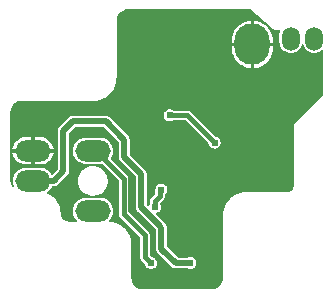
<source format=gbr>
%TF.GenerationSoftware,KiCad,Pcbnew,(6.0.5)*%
%TF.CreationDate,2022-06-14T23:06:24-04:00*%
%TF.ProjectId,1bp-m3,3162702d-6d33-42e6-9b69-6361645f7063,A*%
%TF.SameCoordinates,Original*%
%TF.FileFunction,Copper,L2,Bot*%
%TF.FilePolarity,Positive*%
%FSLAX46Y46*%
G04 Gerber Fmt 4.6, Leading zero omitted, Abs format (unit mm)*
G04 Created by KiCad (PCBNEW (6.0.5)) date 2022-06-14 23:06:24*
%MOMM*%
%LPD*%
G01*
G04 APERTURE LIST*
%TA.AperFunction,ComponentPad*%
%ADD10O,3.000000X1.800000*%
%TD*%
%TA.AperFunction,ComponentPad*%
%ADD11O,1.500000X2.000000*%
%TD*%
%TA.AperFunction,ComponentPad*%
%ADD12O,3.000000X3.500000*%
%TD*%
%TA.AperFunction,ViaPad*%
%ADD13C,0.609600*%
%TD*%
%TA.AperFunction,Conductor*%
%ADD14C,0.508000*%
%TD*%
%TA.AperFunction,Conductor*%
%ADD15C,0.304800*%
%TD*%
%TA.AperFunction,Conductor*%
%ADD16C,0.406400*%
%TD*%
G04 APERTURE END LIST*
D10*
X117920000Y-90500000D03*
X123000000Y-90500000D03*
X117920000Y-93040000D03*
X123000000Y-95580000D03*
D11*
X141750000Y-81000000D03*
X139750000Y-81000000D03*
D12*
X136500000Y-81500000D03*
D13*
X126310700Y-95300000D03*
X125400000Y-81800000D03*
X140750000Y-83250000D03*
X137200000Y-88400000D03*
X127500000Y-85750000D03*
X132000000Y-85700000D03*
X120600000Y-93900000D03*
X117000000Y-87500000D03*
X125800000Y-88499998D03*
X131800000Y-94600000D03*
X137250000Y-93500000D03*
X133250000Y-101750000D03*
X123750000Y-86750000D03*
X134800000Y-83400000D03*
X135000000Y-89250000D03*
X118750000Y-87500000D03*
X129750000Y-86000000D03*
X127250000Y-84000000D03*
X128000000Y-80500000D03*
X133500000Y-96750000D03*
X132500000Y-90600000D03*
X138400000Y-82900000D03*
X139600000Y-89000000D03*
X126600000Y-97900000D03*
X132250000Y-84000000D03*
X130300000Y-82200000D03*
X127900000Y-93700000D03*
X132250000Y-81750000D03*
X120600000Y-95200000D03*
X134300000Y-91400000D03*
X121400000Y-89200000D03*
X141750000Y-85750000D03*
X127000000Y-91200000D03*
X139500000Y-93500000D03*
X133250000Y-100500000D03*
X131250000Y-100000000D03*
X127900000Y-100000000D03*
X133300000Y-89800000D03*
X129500000Y-87500000D03*
X128800005Y-93800005D03*
X128250000Y-95250000D03*
D14*
X128600000Y-96802210D02*
X128800000Y-97002210D01*
X128800000Y-97002210D02*
X128800000Y-98800000D01*
X120500000Y-92250000D02*
X120500000Y-88800000D01*
X120500000Y-88800000D02*
X121300000Y-88000000D01*
X128800000Y-98800000D02*
X130000000Y-100000000D01*
X121300000Y-88000000D02*
X124100000Y-88000000D01*
X127100000Y-95300000D02*
X128601105Y-96801105D01*
X125650000Y-89550000D02*
X125650000Y-91050000D01*
D15*
X128601105Y-96801105D02*
X128600000Y-96802210D01*
D14*
X119710000Y-93040000D02*
X120500000Y-92250000D01*
X124100000Y-88000000D02*
X125650000Y-89550000D01*
X130000000Y-100000000D02*
X131250000Y-100000000D01*
X117920000Y-93040000D02*
X119710000Y-93040000D01*
X125650000Y-91050000D02*
X127100000Y-92500000D01*
X127100000Y-92500000D02*
X127100000Y-95300000D01*
D16*
X127400000Y-97650000D02*
X125600000Y-95850000D01*
X127400000Y-99500000D02*
X127400000Y-97650000D01*
X123250000Y-90500000D02*
X123000000Y-90500000D01*
X125600000Y-92850000D02*
X123250000Y-90500000D01*
X125600000Y-95850000D02*
X125600000Y-92850000D01*
X127900000Y-100000000D02*
X127400000Y-99500000D01*
X129500000Y-87500000D02*
X131000000Y-87500000D01*
X131000000Y-87500000D02*
X133300000Y-89800000D01*
X128250000Y-94750000D02*
X128700000Y-94300000D01*
X128700000Y-94300000D02*
X128700000Y-93900010D01*
X128700000Y-93900010D02*
X128800005Y-93800005D01*
X128250000Y-95250000D02*
X128250000Y-94750000D01*
%TA.AperFunction,Conductor*%
G36*
X136330203Y-78527106D02*
G01*
X138157617Y-80126093D01*
X138157877Y-80126322D01*
X138217951Y-80179378D01*
X138247463Y-80193233D01*
X138256488Y-80198256D01*
X138279326Y-80213109D01*
X138279331Y-80213111D01*
X138283816Y-80216028D01*
X138288943Y-80217570D01*
X138288944Y-80217570D01*
X138312438Y-80224634D01*
X138322746Y-80228579D01*
X138344951Y-80239005D01*
X138344955Y-80239006D01*
X138349800Y-80241281D01*
X138355090Y-80242105D01*
X138355091Y-80242105D01*
X138368505Y-80244193D01*
X138382008Y-80246296D01*
X138392093Y-80248586D01*
X138418173Y-80256429D01*
X138418179Y-80256430D01*
X138423304Y-80257971D01*
X138428657Y-80258012D01*
X138428658Y-80258012D01*
X138438161Y-80258084D01*
X138457468Y-80258231D01*
X138459106Y-80258301D01*
X138460386Y-80258500D01*
X138492471Y-80258500D01*
X138493043Y-80258502D01*
X138568957Y-80259080D01*
X138570484Y-80258646D01*
X138572651Y-80258500D01*
X138809032Y-80258500D01*
X138857370Y-80276093D01*
X138883090Y-80320642D01*
X138878047Y-80363565D01*
X138836254Y-80460143D01*
X138796633Y-80649797D01*
X138796300Y-80656152D01*
X138796300Y-81298416D01*
X138796493Y-81300316D01*
X138810541Y-81438609D01*
X138810962Y-81442757D01*
X138868900Y-81627640D01*
X138962832Y-81797096D01*
X139088918Y-81944204D01*
X139091922Y-81946534D01*
X139091924Y-81946536D01*
X139207289Y-82036022D01*
X139242010Y-82062954D01*
X139415853Y-82148495D01*
X139603345Y-82197334D01*
X139692766Y-82202020D01*
X139793024Y-82207275D01*
X139793028Y-82207275D01*
X139796828Y-82207474D01*
X139800597Y-82206904D01*
X139984633Y-82179071D01*
X139984637Y-82179070D01*
X139988399Y-82178501D01*
X139991969Y-82177188D01*
X139991971Y-82177187D01*
X140166656Y-82112915D01*
X140170230Y-82111600D01*
X140334896Y-82009503D01*
X140337661Y-82006888D01*
X140337664Y-82006886D01*
X140472896Y-81879003D01*
X140475669Y-81876381D01*
X140503243Y-81837002D01*
X140584614Y-81720791D01*
X140586799Y-81717671D01*
X140611120Y-81661469D01*
X140662232Y-81543356D01*
X140662232Y-81543355D01*
X140663746Y-81539857D01*
X140675765Y-81482327D01*
X140702872Y-81438609D01*
X140751739Y-81422543D01*
X140799500Y-81441647D01*
X140821135Y-81475218D01*
X140868900Y-81627640D01*
X140962832Y-81797096D01*
X141088918Y-81944204D01*
X141091922Y-81946534D01*
X141091924Y-81946536D01*
X141207289Y-82036022D01*
X141242010Y-82062954D01*
X141415853Y-82148495D01*
X141603345Y-82197334D01*
X141692766Y-82202020D01*
X141793024Y-82207275D01*
X141793028Y-82207275D01*
X141796828Y-82207474D01*
X141800597Y-82206904D01*
X141984633Y-82179071D01*
X141984637Y-82179070D01*
X141988399Y-82178501D01*
X141991969Y-82177188D01*
X141991971Y-82177187D01*
X142166656Y-82112915D01*
X142170230Y-82111600D01*
X142334896Y-82009503D01*
X142337661Y-82006888D01*
X142337664Y-82006886D01*
X142364631Y-81981384D01*
X142411840Y-81960954D01*
X142461136Y-81975650D01*
X142489453Y-82018595D01*
X142491500Y-82036022D01*
X142491500Y-85758225D01*
X142473907Y-85806563D01*
X142469474Y-85811399D01*
X140186681Y-88094192D01*
X140173636Y-88104615D01*
X140167042Y-88108776D01*
X140163496Y-88112791D01*
X140130364Y-88150306D01*
X140127173Y-88153700D01*
X140114618Y-88166255D01*
X140113010Y-88168401D01*
X140113007Y-88168404D01*
X140107122Y-88176256D01*
X140103313Y-88180934D01*
X140074170Y-88213933D01*
X140074168Y-88213935D01*
X140070622Y-88217951D01*
X140065091Y-88229733D01*
X140057194Y-88242875D01*
X140052597Y-88249007D01*
X140052595Y-88249011D01*
X140049384Y-88253295D01*
X140047504Y-88258311D01*
X140032044Y-88299549D01*
X140029700Y-88305111D01*
X140008719Y-88349800D01*
X140007895Y-88355093D01*
X140007893Y-88355099D01*
X140006715Y-88362664D01*
X140002826Y-88377489D01*
X140000136Y-88384666D01*
X139998255Y-88389684D01*
X139997858Y-88395025D01*
X139997858Y-88395026D01*
X139994596Y-88438931D01*
X139993907Y-88444927D01*
X139991500Y-88460386D01*
X139991500Y-88477800D01*
X139991293Y-88483372D01*
X139987461Y-88534941D01*
X139988580Y-88540181D01*
X139989843Y-88546099D01*
X139991500Y-88561798D01*
X139991500Y-93454564D01*
X139990605Y-93466134D01*
X139986309Y-93493724D01*
X139987003Y-93499032D01*
X139987003Y-93499037D01*
X139988290Y-93508879D01*
X139988452Y-93527046D01*
X139980126Y-93600948D01*
X139976380Y-93617364D01*
X139952174Y-93686539D01*
X139945625Y-93705255D01*
X139938319Y-93720426D01*
X139890118Y-93797139D01*
X139888776Y-93799274D01*
X139878276Y-93812439D01*
X139812439Y-93878276D01*
X139799275Y-93888775D01*
X139720427Y-93938319D01*
X139705255Y-93945625D01*
X139617364Y-93976380D01*
X139600950Y-93980126D01*
X139533004Y-93987781D01*
X139513021Y-93987359D01*
X139506276Y-93986309D01*
X139500969Y-93987003D01*
X139500966Y-93987003D01*
X139471435Y-93990865D01*
X139461684Y-93991500D01*
X136049006Y-93991500D01*
X136036530Y-93990458D01*
X136033434Y-93989937D01*
X136012552Y-93986424D01*
X136006145Y-93986346D01*
X136002909Y-93986306D01*
X136002903Y-93986306D01*
X136000000Y-93986271D01*
X135991025Y-93987557D01*
X135985288Y-93988155D01*
X135737276Y-94004410D01*
X135479046Y-94055775D01*
X135476719Y-94056565D01*
X135476715Y-94056566D01*
X135422747Y-94074886D01*
X135229731Y-94140406D01*
X135227526Y-94141493D01*
X135227522Y-94141495D01*
X135192620Y-94158707D01*
X134993595Y-94256855D01*
X134774679Y-94403130D01*
X134772831Y-94404751D01*
X134772828Y-94404753D01*
X134628341Y-94531465D01*
X134576728Y-94576728D01*
X134575110Y-94578573D01*
X134430785Y-94743145D01*
X134403130Y-94774679D01*
X134256855Y-94993595D01*
X134241665Y-95024397D01*
X134142404Y-95225680D01*
X134140406Y-95229731D01*
X134095277Y-95362676D01*
X134063965Y-95454920D01*
X134055775Y-95479046D01*
X134004410Y-95737276D01*
X133998475Y-95827828D01*
X133988760Y-95976043D01*
X133988026Y-95982693D01*
X133987133Y-95988431D01*
X133986309Y-95993724D01*
X133987003Y-95999031D01*
X133987003Y-95999034D01*
X133990865Y-96028565D01*
X133991500Y-96038316D01*
X133991500Y-101204564D01*
X133990605Y-101216134D01*
X133986309Y-101243724D01*
X133987003Y-101249032D01*
X133987003Y-101249035D01*
X133988684Y-101261890D01*
X133989033Y-101278193D01*
X133977010Y-101415617D01*
X133974734Y-101428526D01*
X133933407Y-101582761D01*
X133928923Y-101595079D01*
X133861445Y-101739787D01*
X133854891Y-101751139D01*
X133763305Y-101881937D01*
X133754879Y-101891978D01*
X133641978Y-102004879D01*
X133631937Y-102013305D01*
X133501136Y-102104893D01*
X133489791Y-102111443D01*
X133348453Y-102177350D01*
X133345079Y-102178923D01*
X133332765Y-102183406D01*
X133178518Y-102224737D01*
X133165623Y-102227010D01*
X133034462Y-102238485D01*
X133016340Y-102237876D01*
X133006276Y-102236309D01*
X133000969Y-102237003D01*
X133000966Y-102237003D01*
X132971435Y-102240865D01*
X132961684Y-102241500D01*
X127295436Y-102241500D01*
X127283866Y-102240605D01*
X127256276Y-102236309D01*
X127250968Y-102237003D01*
X127250965Y-102237003D01*
X127238110Y-102238684D01*
X127221807Y-102239033D01*
X127084383Y-102227010D01*
X127071474Y-102224734D01*
X126917239Y-102183407D01*
X126904921Y-102178923D01*
X126901547Y-102177350D01*
X126760209Y-102111443D01*
X126748864Y-102104893D01*
X126618063Y-102013305D01*
X126608022Y-102004879D01*
X126495121Y-101891978D01*
X126486695Y-101881937D01*
X126395109Y-101751139D01*
X126388555Y-101739787D01*
X126321077Y-101595079D01*
X126316593Y-101582762D01*
X126297826Y-101512724D01*
X126275263Y-101428518D01*
X126272990Y-101415623D01*
X126261796Y-101287670D01*
X126262552Y-101268643D01*
X126263093Y-101265428D01*
X126263094Y-101265417D01*
X126263576Y-101262552D01*
X126263729Y-101250000D01*
X126262831Y-101243724D01*
X126259259Y-101218787D01*
X126258500Y-101208126D01*
X126258500Y-98549006D01*
X126259542Y-98536530D01*
X126263093Y-98515420D01*
X126263576Y-98512552D01*
X126263729Y-98500000D01*
X126262443Y-98491025D01*
X126261845Y-98485285D01*
X126245751Y-98239739D01*
X126245590Y-98237276D01*
X126194225Y-97979046D01*
X126109594Y-97729731D01*
X125993145Y-97493595D01*
X125846870Y-97274679D01*
X125810427Y-97233123D01*
X125674890Y-97078573D01*
X125673272Y-97076728D01*
X125475321Y-96903130D01*
X125256405Y-96756855D01*
X125136140Y-96697547D01*
X125022478Y-96641495D01*
X125022474Y-96641493D01*
X125020269Y-96640406D01*
X124846587Y-96581449D01*
X124773285Y-96556566D01*
X124773281Y-96556565D01*
X124770954Y-96555775D01*
X124512724Y-96504410D01*
X124423967Y-96498593D01*
X124376884Y-96477876D01*
X124354133Y-96431741D01*
X124366359Y-96381775D01*
X124372089Y-96374268D01*
X124435197Y-96301542D01*
X124502626Y-96223837D01*
X124608088Y-96041539D01*
X124656632Y-95901747D01*
X124676002Y-95845969D01*
X124676003Y-95845965D01*
X124677176Y-95842587D01*
X124688126Y-95767069D01*
X124706883Y-95637698D01*
X124707396Y-95634161D01*
X124697659Y-95423780D01*
X124648315Y-95219036D01*
X124646834Y-95215778D01*
X124562629Y-95030578D01*
X124562627Y-95030575D01*
X124561146Y-95027317D01*
X124554273Y-95017627D01*
X124441366Y-94858458D01*
X124441365Y-94858457D01*
X124439296Y-94855540D01*
X124287161Y-94709903D01*
X124284158Y-94707964D01*
X124284153Y-94707960D01*
X124143930Y-94617419D01*
X124110233Y-94595661D01*
X123914893Y-94516937D01*
X123708192Y-94476571D01*
X123705487Y-94476439D01*
X123705481Y-94476438D01*
X123703557Y-94476344D01*
X123703544Y-94476344D01*
X123702651Y-94476300D01*
X122347385Y-94476300D01*
X122345604Y-94476470D01*
X122345602Y-94476470D01*
X122193905Y-94490943D01*
X122193900Y-94490944D01*
X122190346Y-94491283D01*
X122186918Y-94492289D01*
X122186916Y-94492289D01*
X122105234Y-94516252D01*
X121988257Y-94550569D01*
X121964183Y-94562968D01*
X121915243Y-94588174D01*
X121801025Y-94647000D01*
X121635405Y-94777096D01*
X121633062Y-94779796D01*
X121633059Y-94779799D01*
X121618259Y-94796855D01*
X121497374Y-94936163D01*
X121391912Y-95118461D01*
X121371160Y-95178221D01*
X121345961Y-95250787D01*
X121322824Y-95317413D01*
X121322311Y-95320953D01*
X121322310Y-95320956D01*
X121316261Y-95362676D01*
X121292604Y-95525839D01*
X121292769Y-95529407D01*
X121292769Y-95529409D01*
X121294929Y-95576074D01*
X121302341Y-95736220D01*
X121351685Y-95940964D01*
X121353165Y-95944219D01*
X121353166Y-95944222D01*
X121409688Y-96068535D01*
X121438854Y-96132683D01*
X121560704Y-96304460D01*
X121563285Y-96306931D01*
X121563287Y-96306933D01*
X121620788Y-96361978D01*
X121643539Y-96408113D01*
X121631312Y-96458079D01*
X121589829Y-96488496D01*
X121568786Y-96491500D01*
X121045436Y-96491500D01*
X121033866Y-96490605D01*
X121006276Y-96486309D01*
X120989480Y-96488505D01*
X120972367Y-96488778D01*
X120862710Y-96477978D01*
X120848253Y-96475102D01*
X120723326Y-96437206D01*
X120709710Y-96431567D01*
X120594573Y-96370024D01*
X120582323Y-96361839D01*
X120481406Y-96279019D01*
X120470981Y-96268594D01*
X120388161Y-96167677D01*
X120379976Y-96155427D01*
X120318433Y-96040290D01*
X120312794Y-96026674D01*
X120274898Y-95901747D01*
X120272022Y-95887289D01*
X120270736Y-95874227D01*
X120262136Y-95786917D01*
X120262816Y-95767069D01*
X120263094Y-95765418D01*
X120263094Y-95765415D01*
X120263576Y-95762552D01*
X120263729Y-95750000D01*
X120263317Y-95747120D01*
X120262634Y-95742345D01*
X120262067Y-95737056D01*
X120245239Y-95501778D01*
X120245238Y-95501772D01*
X120245047Y-95499100D01*
X120191578Y-95253308D01*
X120188004Y-95243724D01*
X120138541Y-95111110D01*
X120103674Y-95017627D01*
X119983123Y-94796855D01*
X119832380Y-94595486D01*
X119654514Y-94417620D01*
X119453145Y-94266877D01*
X119232373Y-94146326D01*
X119208018Y-94137242D01*
X119130322Y-94108263D01*
X119091180Y-94074886D01*
X119082649Y-94024159D01*
X119108722Y-93979816D01*
X119115869Y-93974600D01*
X119118975Y-93973000D01*
X119284595Y-93842904D01*
X119316233Y-93806445D01*
X119395225Y-93715414D01*
X119422626Y-93683837D01*
X119508590Y-93535243D01*
X119548024Y-93502213D01*
X119573682Y-93497700D01*
X119678351Y-93497700D01*
X119687189Y-93498221D01*
X119724540Y-93502642D01*
X119730070Y-93501632D01*
X119730071Y-93501632D01*
X119748747Y-93498221D01*
X119784038Y-93491776D01*
X119786320Y-93491396D01*
X119846102Y-93482408D01*
X119851019Y-93480047D01*
X119851387Y-93479957D01*
X119851667Y-93479861D01*
X119853905Y-93479134D01*
X119854214Y-93479039D01*
X119854566Y-93478895D01*
X119859931Y-93477915D01*
X119864917Y-93475325D01*
X119864920Y-93475324D01*
X119913566Y-93450054D01*
X119915679Y-93448998D01*
X119927045Y-93443540D01*
X119970172Y-93422831D01*
X119974178Y-93419128D01*
X119975101Y-93418577D01*
X119978260Y-93416448D01*
X119982068Y-93414470D01*
X119987194Y-93410091D01*
X120025753Y-93371532D01*
X120027881Y-93369485D01*
X120067109Y-93333223D01*
X120067110Y-93333222D01*
X120071238Y-93329406D01*
X120074063Y-93324543D01*
X120076801Y-93321125D01*
X120082316Y-93314969D01*
X120317847Y-93079438D01*
X121745066Y-93079438D01*
X121771883Y-93301044D01*
X121793568Y-93371532D01*
X121835821Y-93508879D01*
X121837519Y-93514400D01*
X121939901Y-93712759D01*
X122075790Y-93889854D01*
X122240893Y-94040086D01*
X122429990Y-94158707D01*
X122529972Y-94198899D01*
X122633992Y-94240715D01*
X122633996Y-94240716D01*
X122637105Y-94241966D01*
X122709001Y-94256855D01*
X122852999Y-94286676D01*
X122853003Y-94286676D01*
X122855690Y-94287233D01*
X122858432Y-94287391D01*
X122858439Y-94287392D01*
X122911249Y-94290437D01*
X122911264Y-94290437D01*
X122912349Y-94290500D01*
X123056630Y-94290500D01*
X123058284Y-94290352D01*
X123058293Y-94290352D01*
X123219002Y-94276009D01*
X123219004Y-94276009D01*
X123222339Y-94275711D01*
X123225564Y-94274829D01*
X123225568Y-94274828D01*
X123434424Y-94217691D01*
X123434426Y-94217690D01*
X123437651Y-94216808D01*
X123556838Y-94159959D01*
X123636098Y-94122154D01*
X123636101Y-94122153D01*
X123639129Y-94120708D01*
X123641850Y-94118753D01*
X123641853Y-94118751D01*
X123817681Y-93992406D01*
X123817685Y-93992402D01*
X123820405Y-93990448D01*
X123822811Y-93987966D01*
X123923299Y-93884270D01*
X123975749Y-93830146D01*
X123994054Y-93802906D01*
X124023199Y-93759533D01*
X124100250Y-93644868D01*
X124140211Y-93553835D01*
X124188627Y-93443540D01*
X124188628Y-93443538D01*
X124189974Y-93440471D01*
X124242085Y-93223415D01*
X124245418Y-93165617D01*
X124254741Y-93003910D01*
X124254934Y-93000562D01*
X124228117Y-92778956D01*
X124162481Y-92565600D01*
X124136486Y-92515236D01*
X124061633Y-92370213D01*
X124060099Y-92367241D01*
X124054070Y-92359383D01*
X123960236Y-92237096D01*
X123924210Y-92190146D01*
X123759107Y-92039914D01*
X123570010Y-91921293D01*
X123425478Y-91863192D01*
X123366008Y-91839285D01*
X123366004Y-91839284D01*
X123362895Y-91838034D01*
X123257901Y-91816291D01*
X123147001Y-91793324D01*
X123146997Y-91793324D01*
X123144310Y-91792767D01*
X123141568Y-91792609D01*
X123141561Y-91792608D01*
X123088751Y-91789563D01*
X123088736Y-91789563D01*
X123087651Y-91789500D01*
X122943370Y-91789500D01*
X122941716Y-91789648D01*
X122941707Y-91789648D01*
X122780998Y-91803991D01*
X122780996Y-91803991D01*
X122777661Y-91804289D01*
X122774436Y-91805171D01*
X122774432Y-91805172D01*
X122565576Y-91862309D01*
X122565574Y-91862310D01*
X122562349Y-91863192D01*
X122559325Y-91864634D01*
X122559326Y-91864634D01*
X122363902Y-91957846D01*
X122363899Y-91957847D01*
X122360871Y-91959292D01*
X122358150Y-91961247D01*
X122358147Y-91961249D01*
X122182319Y-92087594D01*
X122182315Y-92087598D01*
X122179595Y-92089552D01*
X122177264Y-92091957D01*
X122177261Y-92091960D01*
X122103612Y-92167960D01*
X122024251Y-92249854D01*
X122022383Y-92252633D01*
X122022382Y-92252635D01*
X121994371Y-92294321D01*
X121899750Y-92435132D01*
X121898405Y-92438197D01*
X121898404Y-92438198D01*
X121823933Y-92607849D01*
X121810026Y-92639529D01*
X121757915Y-92856585D01*
X121757722Y-92859925D01*
X121757722Y-92859928D01*
X121747474Y-93037670D01*
X121745066Y-93079438D01*
X120317847Y-93079438D01*
X120801263Y-92596023D01*
X120807881Y-92590141D01*
X120833001Y-92570338D01*
X120837418Y-92566856D01*
X120871776Y-92517143D01*
X120873139Y-92515236D01*
X120905728Y-92471116D01*
X120905731Y-92471110D01*
X120909069Y-92466591D01*
X120910876Y-92461444D01*
X120911072Y-92461122D01*
X120911203Y-92460855D01*
X120912261Y-92458778D01*
X120912421Y-92458475D01*
X120912570Y-92458120D01*
X120915670Y-92453635D01*
X120933901Y-92395990D01*
X120934645Y-92393762D01*
X120942915Y-92370213D01*
X120954672Y-92336733D01*
X120954886Y-92331282D01*
X120955150Y-92330236D01*
X120955879Y-92326494D01*
X120957171Y-92322409D01*
X120957700Y-92315688D01*
X120957700Y-92261135D01*
X120957758Y-92258183D01*
X120958946Y-92227932D01*
X120960075Y-92199207D01*
X120958635Y-92193776D01*
X120958154Y-92189417D01*
X120957700Y-92181167D01*
X120957700Y-90445839D01*
X121292604Y-90445839D01*
X121302341Y-90656220D01*
X121351685Y-90860964D01*
X121353165Y-90864219D01*
X121353166Y-90864222D01*
X121425338Y-91022955D01*
X121438854Y-91052683D01*
X121440924Y-91055601D01*
X121440925Y-91055603D01*
X121490277Y-91125176D01*
X121560704Y-91224460D01*
X121563285Y-91226931D01*
X121563287Y-91226933D01*
X121593316Y-91255679D01*
X121712839Y-91370097D01*
X121715842Y-91372036D01*
X121715847Y-91372040D01*
X121834767Y-91448825D01*
X121889767Y-91484339D01*
X122085107Y-91563063D01*
X122291808Y-91603429D01*
X122294513Y-91603561D01*
X122294519Y-91603562D01*
X122296443Y-91603656D01*
X122296456Y-91603656D01*
X122297349Y-91603700D01*
X123652615Y-91603700D01*
X123654396Y-91603530D01*
X123654398Y-91603530D01*
X123732049Y-91596122D01*
X123781839Y-91609045D01*
X123792365Y-91617808D01*
X125171074Y-92996517D01*
X125192814Y-93043137D01*
X125193100Y-93049691D01*
X125193100Y-95914446D01*
X125201292Y-95939658D01*
X125204045Y-95951125D01*
X125208191Y-95977306D01*
X125210877Y-95982577D01*
X125210878Y-95982581D01*
X125220225Y-96000926D01*
X125224740Y-96011826D01*
X125232930Y-96037032D01*
X125248514Y-96058481D01*
X125254675Y-96068535D01*
X125266708Y-96092151D01*
X125289634Y-96115077D01*
X126971074Y-97796518D01*
X126992814Y-97843138D01*
X126993100Y-97849692D01*
X126993100Y-99564446D01*
X127001292Y-99589658D01*
X127004045Y-99601125D01*
X127008191Y-99627306D01*
X127010877Y-99632577D01*
X127010878Y-99632581D01*
X127020225Y-99650926D01*
X127024740Y-99661826D01*
X127032930Y-99687032D01*
X127048514Y-99708481D01*
X127054675Y-99718535D01*
X127066708Y-99742151D01*
X127378466Y-100053909D01*
X127399857Y-100097332D01*
X127405195Y-100138152D01*
X127407354Y-100143058D01*
X127407354Y-100143059D01*
X127413132Y-100156191D01*
X127463859Y-100271474D01*
X127467301Y-100275569D01*
X127467303Y-100275572D01*
X127519290Y-100337418D01*
X127557583Y-100382973D01*
X127678834Y-100463684D01*
X127683949Y-100465282D01*
X127683951Y-100465283D01*
X127812746Y-100505522D01*
X127817864Y-100507121D01*
X127888293Y-100508412D01*
X127958136Y-100509692D01*
X127958138Y-100509692D01*
X127963498Y-100509790D01*
X127968669Y-100508380D01*
X127968671Y-100508380D01*
X128043552Y-100487964D01*
X128104026Y-100471477D01*
X128116253Y-100463970D01*
X128223589Y-100398066D01*
X128223590Y-100398066D01*
X128228154Y-100395263D01*
X128231746Y-100391295D01*
X128231748Y-100391293D01*
X128307248Y-100307881D01*
X128325901Y-100287274D01*
X128389410Y-100156191D01*
X128413576Y-100012552D01*
X128413729Y-100000000D01*
X128393080Y-99855813D01*
X128343306Y-99746341D01*
X128335011Y-99728098D01*
X128335010Y-99728097D01*
X128332792Y-99723218D01*
X128279894Y-99661826D01*
X128241208Y-99616929D01*
X128241207Y-99616929D01*
X128237713Y-99612873D01*
X128153868Y-99558527D01*
X128119981Y-99536562D01*
X128119980Y-99536562D01*
X128115485Y-99533648D01*
X127981894Y-99493696D01*
X127950267Y-99474824D01*
X127828926Y-99353483D01*
X127807186Y-99306863D01*
X127806900Y-99300309D01*
X127806900Y-97617976D01*
X127806899Y-97617970D01*
X127806899Y-97585553D01*
X127801292Y-97568295D01*
X127798710Y-97560347D01*
X127795956Y-97548875D01*
X127792735Y-97528539D01*
X127792735Y-97528538D01*
X127791809Y-97522694D01*
X127779775Y-97499076D01*
X127775259Y-97488175D01*
X127768897Y-97468594D01*
X127767069Y-97462968D01*
X127763590Y-97458179D01*
X127751490Y-97441524D01*
X127745324Y-97431463D01*
X127735981Y-97413126D01*
X127735980Y-97413125D01*
X127733292Y-97407849D01*
X127710369Y-97384926D01*
X127710366Y-97384922D01*
X126028926Y-95703483D01*
X126007186Y-95656863D01*
X126006900Y-95650309D01*
X126006900Y-92785554D01*
X125998708Y-92760342D01*
X125995955Y-92748873D01*
X125992735Y-92728541D01*
X125991809Y-92722694D01*
X125989123Y-92717423D01*
X125989122Y-92717419D01*
X125979775Y-92699074D01*
X125975260Y-92688174D01*
X125968899Y-92668597D01*
X125967070Y-92662968D01*
X125951486Y-92641519D01*
X125945325Y-92631465D01*
X125935982Y-92613128D01*
X125935981Y-92613127D01*
X125933292Y-92607849D01*
X124531244Y-91205801D01*
X124509504Y-91159181D01*
X124519326Y-91114970D01*
X124606297Y-90964635D01*
X124606297Y-90964634D01*
X124608088Y-90961539D01*
X124651745Y-90835820D01*
X124676002Y-90765969D01*
X124676003Y-90765965D01*
X124677176Y-90762587D01*
X124707396Y-90554161D01*
X124697659Y-90343780D01*
X124648315Y-90139036D01*
X124626586Y-90091245D01*
X124562629Y-89950578D01*
X124562627Y-89950575D01*
X124561146Y-89947317D01*
X124465551Y-89812552D01*
X124441366Y-89778458D01*
X124441365Y-89778457D01*
X124439296Y-89775540D01*
X124287161Y-89629903D01*
X124284158Y-89627964D01*
X124284153Y-89627960D01*
X124140896Y-89535460D01*
X124110233Y-89515661D01*
X123914893Y-89436937D01*
X123708192Y-89396571D01*
X123705487Y-89396439D01*
X123705481Y-89396438D01*
X123703557Y-89396344D01*
X123703544Y-89396344D01*
X123702651Y-89396300D01*
X122347385Y-89396300D01*
X122345604Y-89396470D01*
X122345602Y-89396470D01*
X122193905Y-89410943D01*
X122193900Y-89410944D01*
X122190346Y-89411283D01*
X122186918Y-89412289D01*
X122186916Y-89412289D01*
X122162142Y-89419557D01*
X121988257Y-89470569D01*
X121977726Y-89475993D01*
X121851424Y-89541043D01*
X121801025Y-89567000D01*
X121635405Y-89697096D01*
X121633062Y-89699796D01*
X121633059Y-89699799D01*
X121571505Y-89770734D01*
X121497374Y-89856163D01*
X121391912Y-90038461D01*
X121374961Y-90087274D01*
X121336488Y-90198066D01*
X121322824Y-90237413D01*
X121322311Y-90240953D01*
X121322310Y-90240956D01*
X121312949Y-90305522D01*
X121292604Y-90445839D01*
X120957700Y-90445839D01*
X120957700Y-89020733D01*
X120975293Y-88972395D01*
X120979726Y-88967559D01*
X121467560Y-88479726D01*
X121514180Y-88457986D01*
X121520734Y-88457700D01*
X123879267Y-88457700D01*
X123927605Y-88475293D01*
X123932441Y-88479726D01*
X125170274Y-89717560D01*
X125192014Y-89764180D01*
X125192300Y-89770734D01*
X125192300Y-91018351D01*
X125191779Y-91027189D01*
X125187358Y-91064540D01*
X125188368Y-91070070D01*
X125188368Y-91070071D01*
X125198219Y-91124007D01*
X125198604Y-91126320D01*
X125207592Y-91186102D01*
X125209953Y-91191019D01*
X125210043Y-91191387D01*
X125210139Y-91191667D01*
X125210866Y-91193905D01*
X125210961Y-91194214D01*
X125211105Y-91194566D01*
X125212085Y-91199931D01*
X125214675Y-91204917D01*
X125214676Y-91204920D01*
X125239946Y-91253566D01*
X125241002Y-91255679D01*
X125267169Y-91310172D01*
X125270872Y-91314178D01*
X125271423Y-91315101D01*
X125273552Y-91318260D01*
X125275530Y-91322068D01*
X125279909Y-91327194D01*
X125280950Y-91328235D01*
X125318482Y-91365768D01*
X125320527Y-91367895D01*
X125356779Y-91407112D01*
X125356782Y-91407115D01*
X125360594Y-91411238D01*
X125365450Y-91414059D01*
X125368877Y-91416804D01*
X125375031Y-91422317D01*
X126620274Y-92667560D01*
X126642014Y-92714180D01*
X126642300Y-92720734D01*
X126642300Y-95268351D01*
X126641779Y-95277189D01*
X126637358Y-95314540D01*
X126638368Y-95320070D01*
X126638368Y-95320071D01*
X126648219Y-95374007D01*
X126648604Y-95376320D01*
X126657592Y-95436102D01*
X126659953Y-95441019D01*
X126660043Y-95441387D01*
X126660139Y-95441667D01*
X126660866Y-95443905D01*
X126660961Y-95444214D01*
X126661105Y-95444566D01*
X126662085Y-95449931D01*
X126664675Y-95454917D01*
X126664676Y-95454920D01*
X126689946Y-95503566D01*
X126691002Y-95505679D01*
X126717169Y-95560172D01*
X126720872Y-95564178D01*
X126721423Y-95565101D01*
X126723552Y-95568260D01*
X126725530Y-95572068D01*
X126729909Y-95577194D01*
X126730950Y-95578235D01*
X126768482Y-95615768D01*
X126770527Y-95617895D01*
X126806779Y-95657112D01*
X126806782Y-95657115D01*
X126810594Y-95661238D01*
X126815450Y-95664059D01*
X126818877Y-95666804D01*
X126825031Y-95672317D01*
X128219179Y-97066465D01*
X128225381Y-97073992D01*
X128225530Y-97074278D01*
X128227991Y-97077159D01*
X128228006Y-97077177D01*
X128228588Y-97077858D01*
X128229909Y-97079404D01*
X128320274Y-97169769D01*
X128342014Y-97216389D01*
X128342300Y-97222943D01*
X128342300Y-98768351D01*
X128341779Y-98777189D01*
X128337358Y-98814540D01*
X128338368Y-98820070D01*
X128338368Y-98820071D01*
X128348219Y-98874007D01*
X128348604Y-98876320D01*
X128357592Y-98936102D01*
X128359953Y-98941019D01*
X128360043Y-98941387D01*
X128360139Y-98941667D01*
X128360866Y-98943905D01*
X128360961Y-98944214D01*
X128361105Y-98944566D01*
X128362085Y-98949931D01*
X128364675Y-98954917D01*
X128364676Y-98954920D01*
X128389946Y-99003566D01*
X128391002Y-99005679D01*
X128417169Y-99060172D01*
X128420872Y-99064178D01*
X128421423Y-99065101D01*
X128423552Y-99068260D01*
X128425530Y-99072068D01*
X128429909Y-99077194D01*
X128468468Y-99115753D01*
X128470515Y-99117881D01*
X128510594Y-99161238D01*
X128515457Y-99164063D01*
X128518875Y-99166801D01*
X128525031Y-99172316D01*
X129653977Y-100301263D01*
X129659859Y-100307881D01*
X129683144Y-100337418D01*
X129687764Y-100340611D01*
X129687765Y-100340612D01*
X129732879Y-100371792D01*
X129734801Y-100373166D01*
X129783409Y-100409068D01*
X129788553Y-100410874D01*
X129788875Y-100411070D01*
X129789167Y-100411213D01*
X129791255Y-100412277D01*
X129791529Y-100412422D01*
X129791876Y-100412568D01*
X129796365Y-100415670D01*
X129801726Y-100417365D01*
X129801727Y-100417366D01*
X129854000Y-100433898D01*
X129856240Y-100434646D01*
X129907962Y-100452810D01*
X129907968Y-100452811D01*
X129913267Y-100454672D01*
X129918716Y-100454886D01*
X129919760Y-100455150D01*
X129923511Y-100455881D01*
X129927591Y-100457171D01*
X129932182Y-100457532D01*
X129932836Y-100457584D01*
X129932840Y-100457584D01*
X129934312Y-100457700D01*
X129988865Y-100457700D01*
X129991818Y-100457758D01*
X130050793Y-100460075D01*
X130056229Y-100458634D01*
X130060573Y-100458154D01*
X130068826Y-100457700D01*
X131001037Y-100457700D01*
X131028745Y-100463970D01*
X131028834Y-100463684D01*
X131033949Y-100465282D01*
X131033951Y-100465283D01*
X131162746Y-100505522D01*
X131167864Y-100507121D01*
X131238293Y-100508412D01*
X131308136Y-100509692D01*
X131308138Y-100509692D01*
X131313498Y-100509790D01*
X131318669Y-100508380D01*
X131318671Y-100508380D01*
X131393552Y-100487964D01*
X131454026Y-100471477D01*
X131466253Y-100463970D01*
X131573589Y-100398066D01*
X131573590Y-100398066D01*
X131578154Y-100395263D01*
X131581746Y-100391295D01*
X131581748Y-100391293D01*
X131657248Y-100307881D01*
X131675901Y-100287274D01*
X131739410Y-100156191D01*
X131763576Y-100012552D01*
X131763729Y-100000000D01*
X131743080Y-99855813D01*
X131693306Y-99746341D01*
X131685011Y-99728098D01*
X131685010Y-99728097D01*
X131682792Y-99723218D01*
X131629894Y-99661826D01*
X131591208Y-99616929D01*
X131591207Y-99616929D01*
X131587713Y-99612873D01*
X131503868Y-99558527D01*
X131469981Y-99536562D01*
X131469980Y-99536562D01*
X131465485Y-99533648D01*
X131325934Y-99491914D01*
X131320578Y-99491881D01*
X131320576Y-99491881D01*
X131256124Y-99491487D01*
X131180279Y-99491024D01*
X131040229Y-99531051D01*
X131035696Y-99533911D01*
X131031596Y-99535745D01*
X131000889Y-99542300D01*
X130220734Y-99542300D01*
X130172396Y-99524707D01*
X130167560Y-99520274D01*
X129279726Y-98632440D01*
X129257986Y-98585820D01*
X129257700Y-98579266D01*
X129257700Y-97033863D01*
X129258221Y-97025024D01*
X129261981Y-96993254D01*
X129262642Y-96987671D01*
X129251776Y-96928175D01*
X129251392Y-96925868D01*
X129247769Y-96901765D01*
X129242408Y-96866108D01*
X129240047Y-96861191D01*
X129239957Y-96860823D01*
X129239861Y-96860543D01*
X129239134Y-96858305D01*
X129239039Y-96857996D01*
X129238895Y-96857644D01*
X129237915Y-96852279D01*
X129235325Y-96847293D01*
X129235324Y-96847290D01*
X129210054Y-96798644D01*
X129208998Y-96796531D01*
X129189946Y-96756855D01*
X129182831Y-96742038D01*
X129179128Y-96738032D01*
X129178577Y-96737109D01*
X129176448Y-96733950D01*
X129174470Y-96730142D01*
X129170091Y-96725016D01*
X129131531Y-96686456D01*
X129129484Y-96684328D01*
X129093221Y-96645099D01*
X129089406Y-96640972D01*
X129084546Y-96638149D01*
X129081133Y-96635415D01*
X129074975Y-96629900D01*
X128981924Y-96536848D01*
X128975724Y-96529324D01*
X128975575Y-96529037D01*
X128971196Y-96523911D01*
X128321511Y-95874225D01*
X128299772Y-95827607D01*
X128313086Y-95777920D01*
X128354906Y-95748501D01*
X128399950Y-95736220D01*
X128454026Y-95721477D01*
X128483333Y-95703483D01*
X128573589Y-95648066D01*
X128573590Y-95648066D01*
X128578154Y-95645263D01*
X128581746Y-95641295D01*
X128581748Y-95641293D01*
X128644407Y-95572068D01*
X128675901Y-95537274D01*
X128739410Y-95406191D01*
X128763576Y-95262552D01*
X128763729Y-95250000D01*
X128762831Y-95243724D01*
X128743839Y-95111110D01*
X128743838Y-95111107D01*
X128743080Y-95105813D01*
X128740346Y-95099800D01*
X128685010Y-94978095D01*
X128685008Y-94978092D01*
X128682792Y-94973218D01*
X128682859Y-94973188D01*
X128672170Y-94925359D01*
X128693569Y-94881874D01*
X129033292Y-94542151D01*
X129045325Y-94518535D01*
X129051486Y-94508481D01*
X129067070Y-94487032D01*
X129075260Y-94461826D01*
X129079775Y-94450926D01*
X129089122Y-94432581D01*
X129089123Y-94432577D01*
X129091809Y-94427306D01*
X129095955Y-94401125D01*
X129098708Y-94389658D01*
X129106900Y-94364446D01*
X129106900Y-94247237D01*
X129124493Y-94198899D01*
X129128120Y-94195292D01*
X129128159Y-94195268D01*
X129225906Y-94087279D01*
X129266134Y-94004249D01*
X129287077Y-93961022D01*
X129287077Y-93961021D01*
X129289415Y-93956196D01*
X129313581Y-93812557D01*
X129313734Y-93800005D01*
X129312836Y-93793729D01*
X129293844Y-93661115D01*
X129293843Y-93661112D01*
X129293085Y-93655818D01*
X129264379Y-93592683D01*
X129235016Y-93528103D01*
X129235015Y-93528102D01*
X129232797Y-93523223D01*
X129220438Y-93508879D01*
X129141213Y-93416934D01*
X129141212Y-93416934D01*
X129137718Y-93412878D01*
X129133227Y-93409967D01*
X129019986Y-93336567D01*
X129019985Y-93336567D01*
X129015490Y-93333653D01*
X128875939Y-93291919D01*
X128870583Y-93291886D01*
X128870581Y-93291886D01*
X128806129Y-93291492D01*
X128730284Y-93291029D01*
X128590234Y-93331056D01*
X128467047Y-93408781D01*
X128370627Y-93517956D01*
X128368351Y-93522803D01*
X128368350Y-93522805D01*
X128358172Y-93544484D01*
X128308724Y-93649805D01*
X128286314Y-93793729D01*
X128287008Y-93799037D01*
X128287008Y-93799039D01*
X128292465Y-93840768D01*
X128293100Y-93850518D01*
X128293100Y-94100309D01*
X128275507Y-94148647D01*
X128271074Y-94153483D01*
X127916708Y-94507849D01*
X127914019Y-94513127D01*
X127914018Y-94513128D01*
X127904675Y-94531465D01*
X127898514Y-94541519D01*
X127882930Y-94562968D01*
X127881101Y-94568597D01*
X127874740Y-94588174D01*
X127870225Y-94599074D01*
X127860878Y-94617419D01*
X127860877Y-94617423D01*
X127858191Y-94622694D01*
X127857265Y-94628541D01*
X127854045Y-94648873D01*
X127851292Y-94660342D01*
X127843100Y-94685554D01*
X127843100Y-94914047D01*
X127826154Y-94958833D01*
X127827109Y-94959460D01*
X127824298Y-94963740D01*
X127824265Y-94963826D01*
X127820622Y-94967951D01*
X127758719Y-95099800D01*
X127755813Y-95118461D01*
X127752986Y-95136617D01*
X127728164Y-95181672D01*
X127680189Y-95200232D01*
X127631508Y-95183611D01*
X127625507Y-95178221D01*
X127579726Y-95132440D01*
X127557986Y-95085820D01*
X127557700Y-95079266D01*
X127557700Y-92531653D01*
X127558221Y-92522814D01*
X127561981Y-92491044D01*
X127562642Y-92485461D01*
X127551776Y-92425965D01*
X127551392Y-92423658D01*
X127543244Y-92369459D01*
X127542408Y-92363898D01*
X127540047Y-92358981D01*
X127539957Y-92358613D01*
X127539861Y-92358333D01*
X127539134Y-92356095D01*
X127539039Y-92355786D01*
X127538895Y-92355434D01*
X127537915Y-92350069D01*
X127535325Y-92345083D01*
X127535324Y-92345080D01*
X127510054Y-92296434D01*
X127508998Y-92294321D01*
X127487645Y-92249854D01*
X127482831Y-92239828D01*
X127479128Y-92235822D01*
X127478577Y-92234899D01*
X127476448Y-92231740D01*
X127474470Y-92227932D01*
X127470091Y-92222806D01*
X127431518Y-92184232D01*
X127429473Y-92182105D01*
X127393221Y-92142888D01*
X127393218Y-92142885D01*
X127389406Y-92138762D01*
X127384550Y-92135941D01*
X127381123Y-92133196D01*
X127374969Y-92127683D01*
X126129726Y-90882440D01*
X126107986Y-90835820D01*
X126107700Y-90829266D01*
X126107700Y-89581649D01*
X126108221Y-89572810D01*
X126111981Y-89541043D01*
X126112642Y-89535460D01*
X126111298Y-89528098D01*
X126101781Y-89475993D01*
X126101393Y-89473662D01*
X126100777Y-89469561D01*
X126092408Y-89413898D01*
X126090047Y-89408981D01*
X126089957Y-89408613D01*
X126089861Y-89408333D01*
X126089134Y-89406095D01*
X126089039Y-89405786D01*
X126088895Y-89405434D01*
X126087915Y-89400069D01*
X126085325Y-89395083D01*
X126085324Y-89395080D01*
X126060054Y-89346434D01*
X126058998Y-89344321D01*
X126035264Y-89294895D01*
X126032831Y-89289828D01*
X126029128Y-89285822D01*
X126028577Y-89284899D01*
X126026448Y-89281740D01*
X126024470Y-89277932D01*
X126020091Y-89272806D01*
X125981533Y-89234248D01*
X125979486Y-89232120D01*
X125943223Y-89192891D01*
X125943222Y-89192890D01*
X125939406Y-89188762D01*
X125934543Y-89185937D01*
X125931125Y-89183199D01*
X125924969Y-89177684D01*
X125186217Y-88438931D01*
X124446023Y-87698737D01*
X124440141Y-87692119D01*
X124420334Y-87666994D01*
X124416856Y-87662582D01*
X124388609Y-87643059D01*
X124367121Y-87628208D01*
X124365199Y-87626834D01*
X124348819Y-87614736D01*
X124316591Y-87590932D01*
X124311447Y-87589126D01*
X124311125Y-87588930D01*
X124310833Y-87588787D01*
X124308745Y-87587723D01*
X124308471Y-87587578D01*
X124308124Y-87587432D01*
X124303635Y-87584330D01*
X124298274Y-87582635D01*
X124298273Y-87582634D01*
X124246000Y-87566102D01*
X124243760Y-87565354D01*
X124192038Y-87547190D01*
X124192032Y-87547189D01*
X124186733Y-87545328D01*
X124181284Y-87545114D01*
X124180240Y-87544850D01*
X124176489Y-87544119D01*
X124172409Y-87542829D01*
X124167818Y-87542468D01*
X124167164Y-87542416D01*
X124167160Y-87542416D01*
X124165688Y-87542300D01*
X124111135Y-87542300D01*
X124108183Y-87542242D01*
X124105716Y-87542145D01*
X124049207Y-87539925D01*
X124043771Y-87541366D01*
X124039427Y-87541846D01*
X124031174Y-87542300D01*
X121331650Y-87542300D01*
X121322811Y-87541779D01*
X121285461Y-87537358D01*
X121279931Y-87538368D01*
X121279929Y-87538368D01*
X121257345Y-87542493D01*
X121225965Y-87548224D01*
X121223674Y-87548605D01*
X121163898Y-87557592D01*
X121158981Y-87559953D01*
X121158613Y-87560043D01*
X121158333Y-87560139D01*
X121156095Y-87560866D01*
X121155786Y-87560961D01*
X121155434Y-87561105D01*
X121150069Y-87562085D01*
X121145083Y-87564675D01*
X121145080Y-87564676D01*
X121096434Y-87589946D01*
X121094321Y-87591002D01*
X121039828Y-87617169D01*
X121035822Y-87620872D01*
X121034899Y-87621423D01*
X121031740Y-87623552D01*
X121027932Y-87625530D01*
X121022806Y-87629909D01*
X120984247Y-87668468D01*
X120982119Y-87670515D01*
X120938762Y-87710594D01*
X120935937Y-87715457D01*
X120933199Y-87718875D01*
X120927684Y-87725031D01*
X120198737Y-88453977D01*
X120192119Y-88459859D01*
X120162582Y-88483144D01*
X120159389Y-88487764D01*
X120159388Y-88487765D01*
X120128208Y-88532879D01*
X120126834Y-88534801D01*
X120090932Y-88583409D01*
X120089126Y-88588553D01*
X120088930Y-88588875D01*
X120088787Y-88589167D01*
X120087723Y-88591255D01*
X120087578Y-88591529D01*
X120087432Y-88591876D01*
X120084330Y-88596365D01*
X120082635Y-88601726D01*
X120082634Y-88601727D01*
X120066102Y-88654000D01*
X120065354Y-88656240D01*
X120047190Y-88707962D01*
X120047189Y-88707968D01*
X120045328Y-88713267D01*
X120045114Y-88718716D01*
X120044850Y-88719760D01*
X120044119Y-88723511D01*
X120042829Y-88727591D01*
X120042300Y-88734312D01*
X120042300Y-88788865D01*
X120042242Y-88791817D01*
X120039925Y-88850793D01*
X120041366Y-88856229D01*
X120041846Y-88860573D01*
X120042300Y-88868826D01*
X120042300Y-92029267D01*
X120024707Y-92077605D01*
X120020274Y-92082441D01*
X119599334Y-92503380D01*
X119552714Y-92525120D01*
X119503027Y-92511806D01*
X119481659Y-92488446D01*
X119481146Y-92487317D01*
X119359296Y-92315540D01*
X119207161Y-92169903D01*
X119204158Y-92167964D01*
X119204153Y-92167960D01*
X119079688Y-92087594D01*
X119030233Y-92055661D01*
X118834893Y-91976937D01*
X118628192Y-91936571D01*
X118625487Y-91936439D01*
X118625481Y-91936438D01*
X118623557Y-91936344D01*
X118623544Y-91936344D01*
X118622651Y-91936300D01*
X117267385Y-91936300D01*
X117265604Y-91936470D01*
X117265602Y-91936470D01*
X117113905Y-91950943D01*
X117113900Y-91950944D01*
X117110346Y-91951283D01*
X117106918Y-91952289D01*
X117106916Y-91952289D01*
X117025234Y-91976252D01*
X116908257Y-92010569D01*
X116721025Y-92107000D01*
X116555405Y-92237096D01*
X116553062Y-92239796D01*
X116553059Y-92239799D01*
X116535826Y-92259659D01*
X116417374Y-92396163D01*
X116311912Y-92578461D01*
X116303162Y-92603659D01*
X116250705Y-92754719D01*
X116242824Y-92777413D01*
X116242311Y-92780953D01*
X116242310Y-92780956D01*
X116240785Y-92791473D01*
X116212604Y-92985839D01*
X116212769Y-92989407D01*
X116212769Y-92989409D01*
X116213840Y-93012552D01*
X116222341Y-93196220D01*
X116271685Y-93400964D01*
X116284353Y-93428826D01*
X116298844Y-93460698D01*
X116302835Y-93511983D01*
X116272927Y-93553835D01*
X116223115Y-93566670D01*
X116176705Y-93544484D01*
X116168788Y-93534956D01*
X116168454Y-93534479D01*
X116145107Y-93501136D01*
X116138555Y-93489787D01*
X116135115Y-93482408D01*
X116071077Y-93345079D01*
X116066593Y-93332762D01*
X116065694Y-93329406D01*
X116025263Y-93178518D01*
X116022990Y-93165623D01*
X116015157Y-93076090D01*
X116011796Y-93037670D01*
X116012552Y-93018643D01*
X116013093Y-93015428D01*
X116013094Y-93015417D01*
X116013576Y-93012552D01*
X116013659Y-93005743D01*
X116013694Y-93002901D01*
X116013694Y-93002896D01*
X116013729Y-93000000D01*
X116013231Y-92996517D01*
X116009259Y-92968787D01*
X116008500Y-92958126D01*
X116008500Y-90659389D01*
X116176392Y-90659389D01*
X116199963Y-90796565D01*
X116201738Y-90803187D01*
X116272761Y-90995704D01*
X116275718Y-91001902D01*
X116380631Y-91178245D01*
X116384669Y-91183803D01*
X116519960Y-91338073D01*
X116524945Y-91342804D01*
X116686089Y-91469840D01*
X116691844Y-91473577D01*
X116873444Y-91569122D01*
X116879776Y-91571745D01*
X117075753Y-91632597D01*
X117082463Y-91634023D01*
X117249043Y-91653739D01*
X117253464Y-91654000D01*
X117754341Y-91654000D01*
X117764498Y-91650303D01*
X117767600Y-91644931D01*
X117767600Y-91640741D01*
X118072400Y-91640741D01*
X118076097Y-91650898D01*
X118081469Y-91654000D01*
X118572091Y-91654000D01*
X118575505Y-91653844D01*
X118727768Y-91639852D01*
X118734520Y-91638601D01*
X118932011Y-91582902D01*
X118938419Y-91580443D01*
X119122454Y-91489687D01*
X119128312Y-91486097D01*
X119292721Y-91363327D01*
X119297825Y-91358731D01*
X119437114Y-91208049D01*
X119441289Y-91202609D01*
X119550791Y-91029060D01*
X119553902Y-91022955D01*
X119629942Y-90832355D01*
X119631890Y-90825779D01*
X119663791Y-90665405D01*
X119662147Y-90654721D01*
X119659532Y-90652428D01*
X119659384Y-90652400D01*
X118085659Y-90652400D01*
X118075502Y-90656097D01*
X118072400Y-90661469D01*
X118072400Y-91640741D01*
X117767600Y-91640741D01*
X117767600Y-90665659D01*
X117763903Y-90655502D01*
X117758531Y-90652400D01*
X116188450Y-90652400D01*
X116178293Y-90656097D01*
X116176392Y-90659389D01*
X116008500Y-90659389D01*
X116008500Y-90334595D01*
X116176209Y-90334595D01*
X116177853Y-90345279D01*
X116180468Y-90347572D01*
X116180616Y-90347600D01*
X117754341Y-90347600D01*
X117764498Y-90343903D01*
X117767600Y-90338531D01*
X117767600Y-90334341D01*
X118072400Y-90334341D01*
X118076097Y-90344498D01*
X118081469Y-90347600D01*
X119651550Y-90347600D01*
X119661707Y-90343903D01*
X119663608Y-90340611D01*
X119640037Y-90203435D01*
X119638262Y-90196813D01*
X119567239Y-90004296D01*
X119564282Y-89998098D01*
X119459369Y-89821755D01*
X119455331Y-89816197D01*
X119320040Y-89661927D01*
X119315055Y-89657196D01*
X119153911Y-89530160D01*
X119148156Y-89526423D01*
X118966556Y-89430878D01*
X118960224Y-89428255D01*
X118764247Y-89367403D01*
X118757537Y-89365977D01*
X118590957Y-89346261D01*
X118586536Y-89346000D01*
X118085659Y-89346000D01*
X118075502Y-89349697D01*
X118072400Y-89355069D01*
X118072400Y-90334341D01*
X117767600Y-90334341D01*
X117767600Y-89359259D01*
X117763903Y-89349102D01*
X117758531Y-89346000D01*
X117267909Y-89346000D01*
X117264495Y-89346156D01*
X117112232Y-89360148D01*
X117105480Y-89361399D01*
X116907989Y-89417098D01*
X116901581Y-89419557D01*
X116717546Y-89510313D01*
X116711688Y-89513903D01*
X116547279Y-89636673D01*
X116542175Y-89641269D01*
X116402886Y-89791951D01*
X116398711Y-89797391D01*
X116289209Y-89970940D01*
X116286098Y-89977045D01*
X116210058Y-90167645D01*
X116208110Y-90174221D01*
X116176209Y-90334595D01*
X116008500Y-90334595D01*
X116008500Y-87493724D01*
X128986309Y-87493724D01*
X128987003Y-87499032D01*
X128987003Y-87499034D01*
X128994981Y-87560043D01*
X129005195Y-87638152D01*
X129007354Y-87643058D01*
X129007354Y-87643059D01*
X129043423Y-87725031D01*
X129063859Y-87771474D01*
X129067301Y-87775569D01*
X129067303Y-87775572D01*
X129133096Y-87853841D01*
X129157583Y-87882973D01*
X129278834Y-87963684D01*
X129283949Y-87965282D01*
X129283951Y-87965283D01*
X129412746Y-88005522D01*
X129417864Y-88007121D01*
X129488293Y-88008412D01*
X129558136Y-88009692D01*
X129558138Y-88009692D01*
X129563498Y-88009790D01*
X129568669Y-88008380D01*
X129568671Y-88008380D01*
X129643552Y-87987964D01*
X129704026Y-87971477D01*
X129708591Y-87968674D01*
X129708596Y-87968672D01*
X129791098Y-87918016D01*
X129830445Y-87906900D01*
X130800309Y-87906900D01*
X130848647Y-87924493D01*
X130853483Y-87928926D01*
X132778466Y-89853909D01*
X132799857Y-89897332D01*
X132805195Y-89938152D01*
X132807354Y-89943058D01*
X132807354Y-89943059D01*
X132847970Y-90035365D01*
X132863859Y-90071474D01*
X132867301Y-90075569D01*
X132867303Y-90075572D01*
X132873085Y-90082450D01*
X132957583Y-90182973D01*
X133078834Y-90263684D01*
X133083949Y-90265282D01*
X133083951Y-90265283D01*
X133212746Y-90305522D01*
X133217864Y-90307121D01*
X133288293Y-90308412D01*
X133358136Y-90309692D01*
X133358138Y-90309692D01*
X133363498Y-90309790D01*
X133368669Y-90308380D01*
X133368671Y-90308380D01*
X133443552Y-90287964D01*
X133504026Y-90271477D01*
X133565014Y-90234031D01*
X133623589Y-90198066D01*
X133623590Y-90198066D01*
X133628154Y-90195263D01*
X133631746Y-90191295D01*
X133631748Y-90191293D01*
X133681997Y-90135778D01*
X133725901Y-90087274D01*
X133789410Y-89956191D01*
X133813576Y-89812552D01*
X133813729Y-89800000D01*
X133812577Y-89791951D01*
X133793839Y-89661110D01*
X133793838Y-89661107D01*
X133793080Y-89655813D01*
X133786467Y-89641269D01*
X133735011Y-89528098D01*
X133735010Y-89528097D01*
X133732792Y-89523218D01*
X133726281Y-89515661D01*
X133641208Y-89416929D01*
X133641207Y-89416929D01*
X133637713Y-89412873D01*
X133548533Y-89355069D01*
X133519981Y-89336562D01*
X133519980Y-89336562D01*
X133515485Y-89333648D01*
X133381894Y-89293696D01*
X133350267Y-89274824D01*
X131242151Y-87166708D01*
X131218535Y-87154675D01*
X131208481Y-87148514D01*
X131187032Y-87132930D01*
X131161826Y-87124740D01*
X131150926Y-87120225D01*
X131132581Y-87110878D01*
X131132577Y-87110877D01*
X131127306Y-87108191D01*
X131101125Y-87104045D01*
X131089658Y-87101292D01*
X131064446Y-87093100D01*
X129829447Y-87093100D01*
X129788545Y-87081003D01*
X129719986Y-87036565D01*
X129719984Y-87036564D01*
X129715485Y-87033648D01*
X129575934Y-86991914D01*
X129570578Y-86991881D01*
X129570576Y-86991881D01*
X129506124Y-86991487D01*
X129430279Y-86991024D01*
X129290229Y-87031051D01*
X129167042Y-87108776D01*
X129070622Y-87217951D01*
X129068346Y-87222798D01*
X129068345Y-87222800D01*
X129056922Y-87247130D01*
X129008719Y-87349800D01*
X128986309Y-87493724D01*
X116008500Y-87493724D01*
X116008500Y-87299006D01*
X116009542Y-87286530D01*
X116013093Y-87265420D01*
X116013576Y-87262552D01*
X116013729Y-87250000D01*
X116012830Y-87243724D01*
X116011712Y-87235911D01*
X116011239Y-87218698D01*
X116020504Y-87112789D01*
X116022990Y-87084377D01*
X116025263Y-87071482D01*
X116066594Y-86917235D01*
X116071077Y-86904921D01*
X116138555Y-86760213D01*
X116145109Y-86748861D01*
X116236695Y-86618063D01*
X116245121Y-86608022D01*
X116358022Y-86495121D01*
X116368063Y-86486695D01*
X116378009Y-86479731D01*
X116498864Y-86395107D01*
X116510209Y-86388557D01*
X116654921Y-86321077D01*
X116667235Y-86316594D01*
X116821482Y-86275263D01*
X116834377Y-86272990D01*
X116965538Y-86261515D01*
X116983660Y-86262124D01*
X116993724Y-86263691D01*
X116999031Y-86262997D01*
X116999034Y-86262997D01*
X117028565Y-86259135D01*
X117038316Y-86258500D01*
X122950994Y-86258500D01*
X122963471Y-86259542D01*
X122987448Y-86263576D01*
X122993855Y-86263654D01*
X122997091Y-86263694D01*
X122997097Y-86263694D01*
X123000000Y-86263729D01*
X123008975Y-86262443D01*
X123014712Y-86261845D01*
X123262724Y-86245590D01*
X123520954Y-86194225D01*
X123523281Y-86193435D01*
X123523285Y-86193434D01*
X123596587Y-86168551D01*
X123770269Y-86109594D01*
X123772474Y-86108507D01*
X123772478Y-86108505D01*
X123942460Y-86024679D01*
X124006405Y-85993145D01*
X124225321Y-85846870D01*
X124271283Y-85806563D01*
X124421427Y-85674890D01*
X124423272Y-85673272D01*
X124440936Y-85653130D01*
X124595247Y-85477172D01*
X124595249Y-85477169D01*
X124596870Y-85475321D01*
X124743145Y-85256405D01*
X124859594Y-85020269D01*
X124944225Y-84770954D01*
X124995590Y-84512724D01*
X125010724Y-84281820D01*
X125011605Y-84274266D01*
X125013094Y-84265421D01*
X125013095Y-84265412D01*
X125013576Y-84262552D01*
X125013729Y-84250000D01*
X125012831Y-84243724D01*
X125009259Y-84218787D01*
X125008500Y-84208126D01*
X125008500Y-81814789D01*
X134746000Y-81814789D01*
X134746103Y-81817570D01*
X134760195Y-82007205D01*
X134761017Y-82012701D01*
X134817321Y-82261532D01*
X134818951Y-82266864D01*
X134911414Y-82504633D01*
X134913811Y-82509658D01*
X135040407Y-82731152D01*
X135043516Y-82735762D01*
X135201462Y-82936116D01*
X135205225Y-82940222D01*
X135391042Y-83115022D01*
X135395369Y-83118526D01*
X135604992Y-83263946D01*
X135609783Y-83266768D01*
X135838594Y-83379605D01*
X135843758Y-83381692D01*
X136086733Y-83459469D01*
X136092141Y-83460767D01*
X136337951Y-83500800D01*
X136344547Y-83498498D01*
X136347600Y-83493370D01*
X136347600Y-83486251D01*
X136652400Y-83486251D01*
X136656097Y-83496408D01*
X136659739Y-83498511D01*
X136862937Y-83470857D01*
X136868376Y-83469701D01*
X137113313Y-83398309D01*
X137118518Y-83396363D01*
X137350203Y-83289553D01*
X137355071Y-83286856D01*
X137568434Y-83146968D01*
X137572838Y-83143589D01*
X137763177Y-82973706D01*
X137767045Y-82969701D01*
X137930177Y-82773555D01*
X137933411Y-82769021D01*
X138065756Y-82550923D01*
X138068289Y-82545952D01*
X138166945Y-82310685D01*
X138168710Y-82305411D01*
X138231509Y-82058137D01*
X138232475Y-82052661D01*
X138253811Y-81840777D01*
X138254000Y-81837002D01*
X138254000Y-81665659D01*
X138250303Y-81655502D01*
X138244931Y-81652400D01*
X136665659Y-81652400D01*
X136655502Y-81656097D01*
X136652400Y-81661469D01*
X136652400Y-83486251D01*
X136347600Y-83486251D01*
X136347600Y-81665659D01*
X136343903Y-81655502D01*
X136338531Y-81652400D01*
X134759259Y-81652400D01*
X134749102Y-81656097D01*
X134746000Y-81661469D01*
X134746000Y-81814789D01*
X125008500Y-81814789D01*
X125008500Y-81334341D01*
X134746000Y-81334341D01*
X134749697Y-81344498D01*
X134755069Y-81347600D01*
X136334341Y-81347600D01*
X136344498Y-81343903D01*
X136347600Y-81338531D01*
X136347600Y-81334341D01*
X136652400Y-81334341D01*
X136656097Y-81344498D01*
X136661469Y-81347600D01*
X138240741Y-81347600D01*
X138250898Y-81343903D01*
X138254000Y-81338531D01*
X138254000Y-81185211D01*
X138253897Y-81182430D01*
X138239805Y-80992795D01*
X138238983Y-80987299D01*
X138182679Y-80738468D01*
X138181049Y-80733136D01*
X138088586Y-80495367D01*
X138086189Y-80490342D01*
X137959593Y-80268848D01*
X137956484Y-80264238D01*
X137798538Y-80063884D01*
X137794775Y-80059778D01*
X137608958Y-79884978D01*
X137604631Y-79881474D01*
X137395008Y-79736054D01*
X137390217Y-79733232D01*
X137161406Y-79620395D01*
X137156242Y-79618308D01*
X136913267Y-79540531D01*
X136907859Y-79539233D01*
X136662049Y-79499200D01*
X136655453Y-79501502D01*
X136652400Y-79506630D01*
X136652400Y-81334341D01*
X136347600Y-81334341D01*
X136347600Y-79513749D01*
X136343903Y-79503592D01*
X136340261Y-79501489D01*
X136137063Y-79529143D01*
X136131624Y-79530299D01*
X135886687Y-79601691D01*
X135881482Y-79603637D01*
X135649797Y-79710447D01*
X135644929Y-79713144D01*
X135431566Y-79853032D01*
X135427162Y-79856411D01*
X135236823Y-80026294D01*
X135232955Y-80030299D01*
X135069823Y-80226445D01*
X135066589Y-80230979D01*
X134934244Y-80449077D01*
X134931711Y-80454048D01*
X134833055Y-80689315D01*
X134831290Y-80694589D01*
X134768491Y-80941863D01*
X134767525Y-80947339D01*
X134746189Y-81159223D01*
X134746000Y-81162998D01*
X134746000Y-81334341D01*
X125008500Y-81334341D01*
X125008500Y-79549006D01*
X125009542Y-79536530D01*
X125013093Y-79515420D01*
X125013576Y-79512552D01*
X125013729Y-79500000D01*
X125012830Y-79493724D01*
X125011712Y-79485911D01*
X125011239Y-79468698D01*
X125019496Y-79374315D01*
X125022990Y-79334377D01*
X125025263Y-79321482D01*
X125066594Y-79167235D01*
X125071077Y-79154921D01*
X125138555Y-79010213D01*
X125145109Y-78998861D01*
X125236695Y-78868063D01*
X125245121Y-78858022D01*
X125358022Y-78745121D01*
X125368063Y-78736695D01*
X125378009Y-78729731D01*
X125498864Y-78645107D01*
X125510209Y-78638557D01*
X125654921Y-78571077D01*
X125667235Y-78566594D01*
X125821482Y-78525263D01*
X125834377Y-78522990D01*
X125965538Y-78511515D01*
X125983660Y-78512124D01*
X125993724Y-78513691D01*
X125999031Y-78512997D01*
X125999034Y-78512997D01*
X126028565Y-78509135D01*
X126038316Y-78508500D01*
X136280683Y-78508500D01*
X136330203Y-78527106D01*
G37*
%TD.AperFunction*%
M02*

</source>
